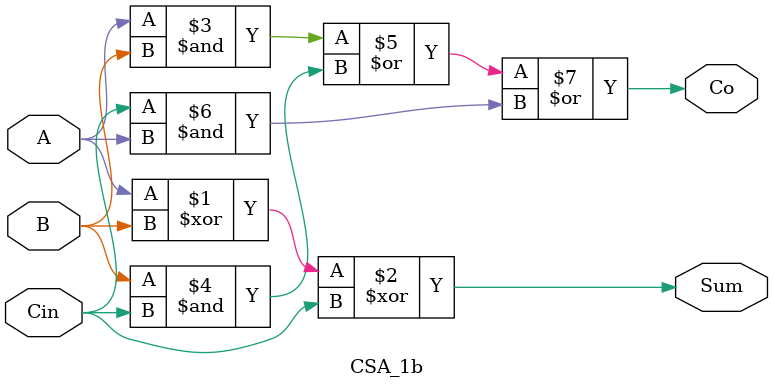
<source format=v>
module CSA_1b(
    output Sum, Co,
    input  A, B, Cin
);

assign Sum = A ^ B ^ Cin;
assign Co = (A & B) | (B & Cin) | (Cin & A);

endmodule
</source>
